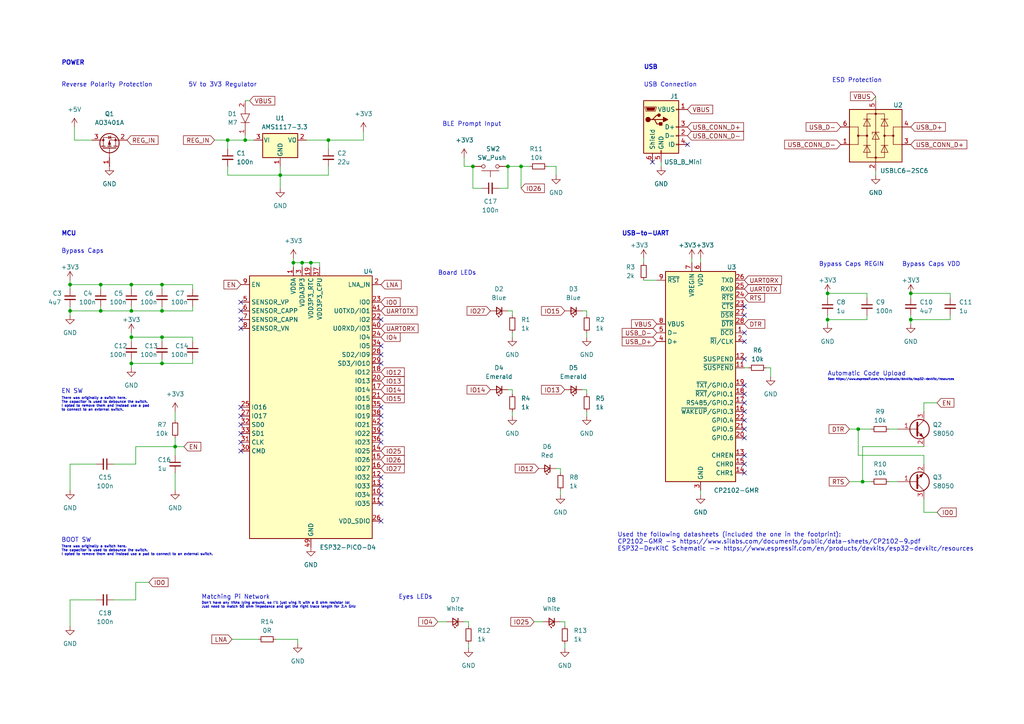
<source format=kicad_sch>
(kicad_sch (version 20211123) (generator eeschema)
  (paper "A4")
  (title_block (title "Mirage") (date "2022-01-20") (rev "1.0") (company "gluons (pions.xyz)"))
  (lib_symbols
    (symbol "Connector:USB_B_Mini" (pin_names (offset 1.016))
      (property "Reference" "J" (at -5.08 11.43 0))
      (property "Value" "USB_B_Mini" (at -5.08 8.89 0))
      (symbol "USB_B_Mini_1_1"
        (pin power_out line (at 7.62 5.08 180) (length 2.54) (name "VBUS") (number "1"))
        (pin bidirectional line (at 7.62 -2.54 180) (length 2.54) (name "D-") (number "2"))
        (pin bidirectional line (at 7.62 0 180) (length 2.54) (name "D+") (number "3"))
        (pin passive line (at 7.62 -5.08 180) (length 2.54) (name "ID") (number "4"))
        (pin power_out line (at 0 -10.16 90) (length 2.54) (name "GND") (number "5"))
        (pin passive line (at -2.54 -10.16 90) (length 2.54) (name "Shield") (number "6"))
      )
    )
    (symbol "CustomLibraryCarlos:M7"
      (property "Reference" "D?" (at -1.27 3.81 0))
      (property "Value" "M7" (at -1.27 -2.54 0))
      (symbol "M7_1_1"
        (pin output line (at 5.08 0 180) (length 2.54) (name "") (number "1"))
        (pin input line (at -5.08 0 0) (length 2.54) (name "") (number "2"))
      )
    )
    (symbol "Device:C_Small" (pin_numbers hide) (pin_names (offset 0.254) hide)
      (property "Reference" "C" (at 0.254 1.778 0))
      (property "Value" "C_Small" (at 0.254 -2.032 0))
      (symbol "C_Small_1_1"
        (pin passive line (at 0 2.54 270) (length 2.032) (name "~") (number "1"))
        (pin passive line (at 0 -2.54 90) (length 2.032) (name "~") (number "2"))
      )
    )
    (symbol "Device:LED_Small" (pin_numbers hide) (pin_names (offset 0.254) hide)
      (property "Reference" "D" (at -1.27 3.175 0))
      (property "Value" "LED_Small" (at -4.445 -2.54 0))
      (symbol "LED_Small_1_1"
        (pin passive line (at -2.54 0 0) (length 1.778) (name "K") (number "1"))
        (pin passive line (at 2.54 0 180) (length 1.778) (name "A") (number "2"))
      )
    )
    (symbol "Device:R_Small" (pin_numbers hide) (pin_names (offset 0.254) hide)
      (property "Reference" "R" (at 0.762 0.508 0))
      (property "Value" "R_Small" (at 0.762 -1.016 0))
      (symbol "R_Small_1_1"
        (pin passive line (at 0 2.54 270) (length 0.762) (name "~") (number "1"))
        (pin passive line (at 0 -2.54 90) (length 0.762) (name "~") (number "2"))
      )
    )
    (symbol "Interface_USB:CP2102N-Axx-xQFN28"
      (property "Reference" "U" (at -8.89 31.75 0))
      (property "Value" "CP2102N-Axx-xQFN28" (at 12.7 31.75 0))
      (symbol "CP2102N-Axx-xQFN28_1_1"
        (pin input line (at 12.7 12.7 180) (length 2.54) (name "~{DCD}") (number "1"))
        (pin no_connect line (at -10.16 -27.94 0) (length 2.54) hide (name "NC") (number "10"))
        (pin output line (at 12.7 2.54 180) (length 2.54) (name "~{SUSPEND}") (number "11"))
        (pin output line (at 12.7 5.08 180) (length 2.54) (name "SUSPEND") (number "12"))
        (pin output line (at 12.7 -22.86 180) (length 2.54) (name "CHREN") (number "13"))
        (pin output line (at 12.7 -27.94 180) (length 2.54) (name "CHR1") (number "14"))
        (pin output line (at 12.7 -25.4 180) (length 2.54) (name "CHR0") (number "15"))
        (pin bidirectional line (at 12.7 -10.16 180) (length 2.54) (name "~{WAKEUP}/GPIO.3") (number "16"))
        (pin bidirectional line (at 12.7 -7.62 180) (length 2.54) (name "RS485/GPIO.2") (number "17"))
        (pin bidirectional line (at 12.7 -5.08 180) (length 2.54) (name "~{RXT}/GPIO.1") (number "18"))
        (pin bidirectional line (at 12.7 -2.54 180) (length 2.54) (name "~{TXT}/GPIO.0") (number "19"))
        (pin bidirectional line (at 12.7 10.16 180) (length 2.54) (name "~{RI}/CLK") (number "2"))
        (pin bidirectional line (at 12.7 -17.78 180) (length 2.54) (name "GPIO.6") (number "20"))
        (pin bidirectional line (at 12.7 -15.24 180) (length 2.54) (name "GPIO.5") (number "21"))
        (pin bidirectional line (at 12.7 -12.7 180) (length 2.54) (name "GPIO.4") (number "22"))
        (pin input line (at 12.7 20.32 180) (length 2.54) (name "~{CTS}") (number "23"))
        (pin output line (at 12.7 22.86 180) (length 2.54) (name "~{RTS}") (number "24"))
        (pin input line (at 12.7 25.4 180) (length 2.54) (name "RXD") (number "25"))
        (pin output line (at 12.7 27.94 180) (length 2.54) (name "TXD") (number "26"))
        (pin input line (at 12.7 17.78 180) (length 2.54) (name "~{DSR}") (number "27"))
        (pin output line (at 12.7 15.24 180) (length 2.54) (name "~{DTR}") (number "28"))
        (pin passive line (at 0 -33.02 90) (length 2.54) hide (name "GND") (number "29"))
        (pin power_in line (at 0 -33.02 90) (length 2.54) (name "GND") (number "3"))
        (pin bidirectional line (at -12.7 10.16 0) (length 2.54) (name "D+") (number "4"))
        (pin bidirectional line (at -12.7 12.7 0) (length 2.54) (name "D-") (number "5"))
        (pin power_in line (at 0 33.02 270) (length 2.54) (name "VDD") (number "6"))
        (pin power_in line (at -2.54 33.02 270) (length 2.54) (name "VREGIN") (number "7"))
        (pin input line (at -12.7 15.24 0) (length 2.54) (name "VBUS") (number "8"))
        (pin input line (at -12.7 27.94 0) (length 2.54) (name "~{RST}") (number "9"))
      )
    )
    (symbol "Power_Protection:USBLC6-2SC6" (pin_names hide)
      (property "Reference" "U" (at 2.54 8.89 0))
      (property "Value" "USBLC6-2SC6" (at 2.54 -8.89 0))
      (symbol "USBLC6-2SC6_1_1"
        (pin passive line (at -10.16 -2.54 0) (length 2.54) (name "I/O1") (number "1"))
        (pin passive line (at 0 -10.16 90) (length 2.54) (name "GND") (number "2"))
        (pin passive line (at 10.16 -2.54 180) (length 2.54) (name "I/O2") (number "3"))
        (pin passive line (at 10.16 2.54 180) (length 2.54) (name "I/O2") (number "4"))
        (pin passive line (at 0 10.16 270) (length 2.54) (name "VBUS") (number "5"))
        (pin passive line (at -10.16 2.54 0) (length 2.54) (name "I/O1") (number "6"))
      )
    )
    (symbol "RF_Module:ESP32-PICO-D4"
      (property "Reference" "U" (at -17.78 39.37 0))
      (property "Value" "ESP32-PICO-D4" (at 3.81 39.37 0))
      (symbol "ESP32-PICO-D4_0_0"
        (pin power_in line (at -5.08 40.64 270) (length 2.54) (name "VDDA") (number "1"))
        (pin input line (at 20.32 -25.4 180) (length 2.54) (name "IO34") (number "10"))
        (pin input line (at 20.32 -27.94 180) (length 2.54) (name "IO35") (number "11"))
        (pin bidirectional line (at 20.32 -20.32 180) (length 2.54) (name "IO32") (number "12"))
        (pin bidirectional line (at 20.32 -22.86 180) (length 2.54) (name "IO33") (number "13"))
        (pin bidirectional line (at 20.32 -12.7 180) (length 2.54) (name "IO25") (number "14"))
        (pin bidirectional line (at 20.32 -15.24 180) (length 2.54) (name "IO26") (number "15"))
        (pin bidirectional line (at 20.32 -17.78 180) (length 2.54) (name "IO27") (number "16"))
        (pin bidirectional line (at 20.32 5.08 180) (length 2.54) (name "IO14") (number "17"))
        (pin bidirectional line (at 20.32 10.16 180) (length 2.54) (name "IO12") (number "18"))
        (pin power_in line (at 0 40.64 270) (length 2.54) (name "VDD3P3_RTC") (number "19"))
        (pin bidirectional line (at 20.32 35.56 180) (length 2.54) (name "LNA_IN") (number "2"))
        (pin bidirectional line (at 20.32 7.62 180) (length 2.54) (name "IO13") (number "20"))
        (pin bidirectional line (at 20.32 2.54 180) (length 2.54) (name "IO15") (number "21"))
        (pin bidirectional line (at 20.32 25.4 180) (length 2.54) (name "IO2") (number "22"))
        (pin bidirectional line (at 20.32 30.48 180) (length 2.54) (name "IO0") (number "23"))
        (pin bidirectional line (at 20.32 20.32 180) (length 2.54) (name "IO4") (number "24"))
        (pin bidirectional line (at -20.32 0 0) (length 2.54) (name "IO16") (number "25"))
        (pin power_out line (at 20.32 -33.02 180) (length 2.54) (name "VDD_SDIO") (number "26"))
        (pin bidirectional line (at -20.32 -2.54 0) (length 2.54) (name "IO17") (number "27"))
        (pin bidirectional line (at 20.32 15.24 180) (length 2.54) (name "SD2/IO9") (number "28"))
        (pin bidirectional line (at 20.32 12.7 180) (length 2.54) (name "SD3/IO10") (number "29"))
        (pin power_in line (at -2.54 40.64 270) (length 2.54) (name "VDDA3P3") (number "3"))
        (pin bidirectional line (at -20.32 -12.7 0) (length 2.54) (name "CMD") (number "30"))
        (pin bidirectional line (at -20.32 -10.16 0) (length 2.54) (name "CLK") (number "31"))
        (pin bidirectional line (at -20.32 -5.08 0) (length 2.54) (name "SD0") (number "32"))
        (pin bidirectional line (at -20.32 -7.62 0) (length 2.54) (name "SD1") (number "33"))
        (pin bidirectional line (at 20.32 17.78 180) (length 2.54) (name "IO5") (number "34"))
        (pin bidirectional line (at 20.32 0 180) (length 2.54) (name "IO18") (number "35"))
        (pin bidirectional line (at 20.32 -10.16 180) (length 2.54) (name "IO23") (number "36"))
        (pin power_in line (at 2.54 40.64 270) (length 2.54) (name "VDD3P3_CPU") (number "37"))
        (pin bidirectional line (at 20.32 -2.54 180) (length 2.54) (name "IO19") (number "38"))
        (pin bidirectional line (at 20.32 -7.62 180) (length 2.54) (name "IO22") (number "39"))
        (pin passive line (at -2.54 40.64 270) (length 2.54) hide (name "VDDA3P3") (number "4"))
        (pin bidirectional line (at 20.32 22.86 180) (length 2.54) (name "U0RXD/IO3") (number "40"))
        (pin bidirectional line (at 20.32 27.94 180) (length 2.54) (name "U0TXD/IO1") (number "41"))
        (pin bidirectional line (at 20.32 -5.08 180) (length 2.54) (name "IO21") (number "42"))
        (pin passive line (at -5.08 40.64 270) (length 2.54) hide (name "VDDA") (number "43"))
        (pin no_connect line (at -17.78 -25.4 0) (length 2.54) hide (name "XTAL_N_NC") (number "44"))
        (pin no_connect line (at -17.78 -27.94 0) (length 2.54) hide (name "XTAL_P_NC") (number "45"))
        (pin passive line (at -5.08 40.64 270) (length 2.54) hide (name "VDDA") (number "46"))
        (pin no_connect line (at -17.78 -30.48 0) (length 2.54) hide (name "CAP2_NC") (number "47"))
        (pin no_connect line (at -17.78 -33.02 0) (length 2.54) hide (name "CAP1_NC") (number "48"))
        (pin power_in line (at 0 -40.64 90) (length 2.54) (name "GND") (number "49"))
        (pin input line (at -20.32 30.48 0) (length 2.54) (name "SENSOR_VP") (number "5"))
        (pin input line (at -20.32 27.94 0) (length 2.54) (name "SENSOR_CAPP") (number "6"))
        (pin input line (at -20.32 25.4 0) (length 2.54) (name "SENSOR_CAPN") (number "7"))
        (pin input line (at -20.32 22.86 0) (length 2.54) (name "SENSOR_VN") (number "8"))
        (pin input line (at -20.32 35.56 0) (length 2.54) (name "EN") (number "9"))
      )
    )
    (symbol "Regulator_Linear:AMS1117-3.3" (pin_names (offset 0.254))
      (property "Reference" "U" (at -3.81 3.175 0))
      (property "Value" "AMS1117-3.3" (at 0 3.175 0))
      (symbol "AMS1117-3.3_1_1"
        (pin power_in line (at 0 -7.62 90) (length 2.54) (name "GND") (number "1"))
        (pin power_out line (at 7.62 0 180) (length 2.54) (name "VO") (number "2"))
        (pin power_in line (at -7.62 0 0) (length 2.54) (name "VI") (number "3"))
      )
    )
    (symbol "Switch:SW_Push" (pin_numbers hide) (pin_names (offset 1.016) hide)
      (property "Reference" "SW" (at 1.27 2.54 0))
      (property "Value" "SW_Push" (at 0 -1.524 0))
      (symbol "SW_Push_0_1"
        (pin passive line (at -5.08 0 0) (length 2.54) (name "1") (number "1"))
        (pin passive line (at 5.08 0 180) (length 2.54) (name "2") (number "2"))
      )
    )
    (symbol "Transistor_BJT:S8050" (pin_names (offset 0) hide)
      (property "Reference" "Q?" (at 5.08 1.2701 0))
      (property "Value" "S8050" (at 5.08 -1.2699 0))
      (symbol "S8050_1_1"
        (pin input line (at -5.08 0 0) (length 5.08) (name "B") (number "1"))
        (pin passive line (at 2.54 -5.08 90) (length 2.54) (name "E") (number "2"))
        (pin passive line (at 2.54 5.08 270) (length 2.54) (name "C") (number "3"))
      )
    )
    (symbol "Transistor_FET:AO3401A" (pin_names hide)
      (property "Reference" "Q" (at 5.08 1.905 0))
      (property "Value" "AO3401A" (at 5.08 0 0))
      (symbol "AO3401A_1_1"
        (pin input line (at -5.08 0 0) (length 2.54) (name "G") (number "1"))
        (pin passive line (at 2.54 -5.08 90) (length 2.54) (name "S") (number "2"))
        (pin passive line (at 2.54 5.08 270) (length 2.54) (name "D") (number "3"))
      )
    )
    (symbol "power:+3V3" (power) (pin_names (offset 0))
      (property "Value" "+3V3" (at 0 3.556 0))
      (symbol "+3V3_1_1"
        (pin power_in line (at 0 0 90) (length 0) hide (name "+3V3") (number "1"))
      )
    )
    (symbol "power:+5V" (power) (pin_names (offset 0))
      (property "Value" "+5V" (at 0 3.556 0))
      (symbol "+5V_1_1"
        (pin power_in line (at 0 0 90) (length 0) hide (name "+5V") (number "1"))
      )
    )
    (symbol "power:GND" (power) (pin_names (offset 0))
      (property "Value" "GND" (at 0 -3.81 0))
      (symbol "GND_1_1"
        (pin power_in line (at 0 0 270) (length 0) hide (name "GND") (number "1"))
      )
    )
  )
  (junction (at 20.32 82.55))
  (junction (at 151.13 48.26))
  (junction (at 38.1 105.41))
  (junction (at 20.32 90.17))
  (junction (at 38.1 90.17))
  (junction (at 29.21 90.17))
  (junction (at 85.09 76.2))
  (junction (at 50.8 129.54))
  (junction (at 240.03 92.71))
  (junction (at 38.1 97.79))
  (junction (at 264.16 85.09))
  (junction (at 66.04 40.64))
  (junction (at 147.32 48.26))
  (junction (at 71.12 40.64))
  (junction (at 81.28 50.8))
  (junction (at 38.1 82.55))
  (junction (at 248.92 124.46))
  (junction (at 137.16 48.26))
  (junction (at 87.63 76.2))
  (junction (at 90.17 76.2))
  (junction (at 46.99 105.41))
  (junction (at 250.19 139.7))
  (junction (at 46.99 82.55))
  (junction (at 29.21 82.55))
  (junction (at 264.16 92.71))
  (junction (at 46.99 97.79))
  (junction (at 240.03 85.09))
  (junction (at 95.25 40.64))
  (junction (at 46.99 90.17))
  (no_connect (at 69.85 87.63))
  (no_connect (at 69.85 90.17))
  (no_connect (at 69.85 92.71))
  (no_connect (at 69.85 95.25))
  (no_connect (at 69.85 120.65))
  (no_connect (at 110.49 123.19))
  (no_connect (at 110.49 140.97))
  (no_connect (at 215.9 91.44))
  (no_connect (at 215.9 88.9))
  (no_connect (at 215.9 99.06))
  (no_connect (at 215.9 96.52))
  (no_connect (at 215.9 104.14))
  (no_connect (at 110.49 120.65))
  (no_connect (at 110.49 128.27))
  (no_connect (at 110.49 125.73))
  (no_connect (at 110.49 138.43))
  (no_connect (at 110.49 118.11))
  (no_connect (at 110.49 100.33))
  (no_connect (at 110.49 105.41))
  (no_connect (at 110.49 102.87))
  (no_connect (at 110.49 92.71))
  (no_connect (at 69.85 123.19))
  (no_connect (at 69.85 130.81))
  (no_connect (at 69.85 128.27))
  (no_connect (at 69.85 125.73))
  (no_connect (at 69.85 118.11))
  (no_connect (at 110.49 151.13))
  (no_connect (at 110.49 146.05))
  (no_connect (at 189.23 46.99))
  (no_connect (at 199.39 41.91))
  (no_connect (at 110.49 143.51))
  (no_connect (at 215.9 111.76))
  (no_connect (at 215.9 116.84))
  (no_connect (at 215.9 114.3))
  (no_connect (at 215.9 121.92))
  (no_connect (at 215.9 124.46))
  (no_connect (at 215.9 137.16))
  (no_connect (at 215.9 132.08))
  (no_connect (at 215.9 134.62))
  (no_connect (at 215.9 127))
  (no_connect (at 215.9 119.38))
  (wire (pts (xy 20.32 134.62) (xy 27.94 134.62)))
  (wire (pts (xy 186.69 76.2) (xy 186.69 74.93)))
  (wire (pts (xy 21.59 36.83) (xy 21.59 40.64)))
  (wire (pts (xy 222.25 106.68) (xy 223.52 106.68)))
  (wire (pts (xy 29.21 82.55) (xy 29.21 83.82)))
  (wire (pts (xy 95.25 50.8) (xy 81.28 50.8)))
  (wire (pts (xy 72.39 29.21) (xy 71.12 29.21)))
  (wire (pts (xy 151.13 48.26) (xy 151.13 54.61)))
  (wire (pts (xy 66.04 40.64) (xy 66.04 43.18)))
  (wire (pts (xy 66.04 40.64) (xy 71.12 40.64)))
  (wire (pts (xy 215.9 106.68) (xy 217.17 106.68)))
  (wire (pts (xy 147.32 90.17) (xy 148.59 90.17)))
  (wire (pts (xy 251.46 91.44) (xy 251.46 92.71)))
  (wire (pts (xy 248.92 124.46) (xy 248.92 132.08)))
  (wire (pts (xy 62.23 40.64) (xy 66.04 40.64)))
  (wire (pts (xy 257.81 124.46) (xy 260.35 124.46)))
  (wire (pts (xy 191.77 46.99) (xy 191.77 48.26)))
  (wire (pts (xy 163.83 180.34) (xy 163.83 181.61)))
  (wire (pts (xy 46.99 90.17) (xy 55.88 90.17)))
  (wire (pts (xy 200.66 74.93) (xy 200.66 76.2)))
  (wire (pts (xy 46.99 97.79) (xy 46.99 99.06)))
  (wire (pts (xy 71.12 40.64) (xy 73.66 40.64)))
  (wire (pts (xy 85.09 76.2) (xy 85.09 77.47)))
  (wire (pts (xy 87.63 77.47) (xy 87.63 76.2)))
  (wire (pts (xy 254 27.94) (xy 254 29.21)))
  (wire (pts (xy 39.37 168.91) (xy 43.18 168.91)))
  (wire (pts (xy 267.97 116.84) (xy 271.78 116.84)))
  (wire (pts (xy 38.1 99.06) (xy 38.1 97.79)))
  (wire (pts (xy 158.75 48.26) (xy 161.29 48.26)))
  (wire (pts (xy 20.32 90.17) (xy 29.21 90.17)))
  (wire (pts (xy 53.34 129.54) (xy 50.8 129.54)))
  (wire (pts (xy 90.17 77.47) (xy 90.17 76.2)))
  (wire (pts (xy 29.21 82.55) (xy 38.1 82.55)))
  (wire (pts (xy 50.8 137.16) (xy 50.8 142.24)))
  (wire (pts (xy 29.21 88.9) (xy 29.21 90.17)))
  (wire (pts (xy 275.59 85.09) (xy 275.59 86.36)))
  (wire (pts (xy 86.36 185.42) (xy 86.36 186.69)))
  (wire (pts (xy 250.19 129.54) (xy 250.19 139.7)))
  (wire (pts (xy 20.32 82.55) (xy 29.21 82.55)))
  (wire (pts (xy 38.1 104.14) (xy 38.1 105.41)))
  (wire (pts (xy 46.99 82.55) (xy 46.99 83.82)))
  (wire (pts (xy 66.04 50.8) (xy 81.28 50.8)))
  (wire (pts (xy 135.89 180.34) (xy 135.89 181.61)))
  (wire (pts (xy 90.17 76.2) (xy 87.63 76.2)))
  (wire (pts (xy 55.88 88.9) (xy 55.88 90.17)))
  (wire (pts (xy 257.81 139.7) (xy 260.35 139.7)))
  (wire (pts (xy 20.32 88.9) (xy 20.32 90.17)))
  (wire (pts (xy 20.32 134.62) (xy 20.32 142.24)))
  (wire (pts (xy 267.97 132.08) (xy 248.92 132.08)))
  (wire (pts (xy 147.32 113.03) (xy 148.59 113.03)))
  (wire (pts (xy 80.01 185.42) (xy 86.36 185.42)))
  (wire (pts (xy 134.62 45.72) (xy 134.62 48.26)))
  (wire (pts (xy 46.99 82.55) (xy 55.88 82.55)))
  (wire (pts (xy 267.97 129.54) (xy 250.19 129.54)))
  (wire (pts (xy 168.91 113.03) (xy 170.18 113.03)))
  (wire (pts (xy 275.59 91.44) (xy 275.59 92.71)))
  (wire (pts (xy 168.91 90.17) (xy 170.18 90.17)))
  (wire (pts (xy 267.97 148.59) (xy 267.97 144.78)))
  (wire (pts (xy 67.31 185.42) (xy 74.93 185.42)))
  (wire (pts (xy 162.56 142.24) (xy 162.56 143.51)))
  (wire (pts (xy 33.02 134.62) (xy 39.37 134.62)))
  (wire (pts (xy 170.18 113.03) (xy 170.18 114.3)))
  (wire (pts (xy 240.03 91.44) (xy 240.03 92.71)))
  (wire (pts (xy 95.25 40.64) (xy 105.41 40.64)))
  (wire (pts (xy 38.1 82.55) (xy 46.99 82.55)))
  (wire (pts (xy 55.88 82.55) (xy 55.88 83.82)))
  (wire (pts (xy 46.99 104.14) (xy 46.99 105.41)))
  (wire (pts (xy 55.88 104.14) (xy 55.88 105.41)))
  (wire (pts (xy 92.71 76.2) (xy 90.17 76.2)))
  (wire (pts (xy 38.1 105.41) (xy 46.99 105.41)))
  (wire (pts (xy 163.83 186.69) (xy 163.83 187.96)))
  (wire (pts (xy 267.97 119.38) (xy 267.97 116.84)))
  (wire (pts (xy 240.03 86.36) (xy 240.03 85.09)))
  (wire (pts (xy 88.9 40.64) (xy 95.25 40.64)))
  (wire (pts (xy 223.52 106.68) (xy 223.52 109.22)))
  (wire (pts (xy 20.32 173.99) (xy 20.32 181.61)))
  (wire (pts (xy 21.59 40.64) (xy 26.67 40.64)))
  (wire (pts (xy 148.59 119.38) (xy 148.59 120.65)))
  (wire (pts (xy 246.38 139.7) (xy 250.19 139.7)))
  (wire (pts (xy 38.1 97.79) (xy 46.99 97.79)))
  (wire (pts (xy 38.1 96.52) (xy 38.1 97.79)))
  (wire (pts (xy 135.89 186.69) (xy 135.89 187.96)))
  (wire (pts (xy 81.28 50.8) (xy 81.28 54.61)))
  (wire (pts (xy 38.1 88.9) (xy 38.1 90.17)))
  (wire (pts (xy 127 180.34) (xy 129.54 180.34)))
  (wire (pts (xy 148.59 96.52) (xy 148.59 97.79)))
  (wire (pts (xy 148.59 113.03) (xy 148.59 114.3)))
  (wire (pts (xy 39.37 173.99) (xy 39.37 168.91)))
  (wire (pts (xy 162.56 135.89) (xy 162.56 137.16)))
  (wire (pts (xy 240.03 85.09) (xy 251.46 85.09)))
  (wire (pts (xy 20.32 173.99) (xy 27.94 173.99)))
  (wire (pts (xy 50.8 119.38) (xy 50.8 121.92)))
  (wire (pts (xy 20.32 81.28) (xy 20.32 82.55)))
  (wire (pts (xy 46.99 97.79) (xy 55.88 97.79)))
  (wire (pts (xy 203.2 74.93) (xy 203.2 76.2)))
  (wire (pts (xy 29.21 90.17) (xy 38.1 90.17)))
  (wire (pts (xy 139.7 54.61) (xy 137.16 54.61)))
  (wire (pts (xy 87.63 76.2) (xy 85.09 76.2)))
  (wire (pts (xy 246.38 124.46) (xy 248.92 124.46)))
  (wire (pts (xy 147.32 48.26) (xy 151.13 48.26)))
  (wire (pts (xy 144.78 54.61) (xy 147.32 54.61)))
  (wire (pts (xy 20.32 90.17) (xy 20.32 91.44)))
  (wire (pts (xy 264.16 92.71) (xy 275.59 92.71)))
  (wire (pts (xy 85.09 74.93) (xy 85.09 76.2)))
  (wire (pts (xy 38.1 82.55) (xy 38.1 83.82)))
  (wire (pts (xy 50.8 129.54) (xy 50.8 132.08)))
  (wire (pts (xy 154.94 180.34) (xy 157.48 180.34)))
  (wire (pts (xy 46.99 88.9) (xy 46.99 90.17)))
  (wire (pts (xy 39.37 129.54) (xy 50.8 129.54)))
  (wire (pts (xy 137.16 54.61) (xy 137.16 48.26)))
  (wire (pts (xy 170.18 90.17) (xy 170.18 91.44)))
  (wire (pts (xy 20.32 83.82) (xy 20.32 82.55)))
  (wire (pts (xy 161.29 48.26) (xy 161.29 50.8)))
  (wire (pts (xy 95.25 48.26) (xy 95.25 50.8)))
  (wire (pts (xy 190.5 81.28) (xy 186.69 81.28)))
  (wire (pts (xy 264.16 85.09) (xy 275.59 85.09)))
  (wire (pts (xy 170.18 96.52) (xy 170.18 97.79)))
  (wire (pts (xy 264.16 91.44) (xy 264.16 92.71)))
  (wire (pts (xy 203.2 143.51) (xy 203.2 142.24)))
  (wire (pts (xy 264.16 86.36) (xy 264.16 85.09)))
  (wire (pts (xy 251.46 85.09) (xy 251.46 86.36)))
  (wire (pts (xy 92.71 77.47) (xy 92.71 76.2)))
  (wire (pts (xy 95.25 40.64) (xy 95.25 43.18)))
  (wire (pts (xy 33.02 173.99) (xy 39.37 173.99)))
  (wire (pts (xy 46.99 105.41) (xy 55.88 105.41)))
  (wire (pts (xy 250.19 139.7) (xy 252.73 139.7)))
  (wire (pts (xy 66.04 48.26) (xy 66.04 50.8)))
  (wire (pts (xy 151.13 48.26) (xy 153.67 48.26)))
  (wire (pts (xy 148.59 90.17) (xy 148.59 91.44)))
  (wire (pts (xy 162.56 180.34) (xy 163.83 180.34)))
  (wire (pts (xy 105.41 40.64) (xy 105.41 38.1)))
  (wire (pts (xy 39.37 134.62) (xy 39.37 129.54)))
  (wire (pts (xy 38.1 90.17) (xy 46.99 90.17)))
  (wire (pts (xy 254 50.8) (xy 254 49.53)))
  (wire (pts (xy 161.29 135.89) (xy 162.56 135.89)))
  (wire (pts (xy 50.8 129.54) (xy 50.8 127)))
  (wire (pts (xy 134.62 180.34) (xy 135.89 180.34)))
  (wire (pts (xy 267.97 134.62) (xy 267.97 132.08)))
  (wire (pts (xy 147.32 54.61) (xy 147.32 48.26)))
  (wire (pts (xy 55.88 97.79) (xy 55.88 99.06)))
  (wire (pts (xy 240.03 92.71) (xy 251.46 92.71)))
  (wire (pts (xy 271.78 148.59) (xy 267.97 148.59)))
  (wire (pts (xy 170.18 119.38) (xy 170.18 120.65)))
  (wire (pts (xy 71.12 39.37) (xy 71.12 40.64)))
  (wire (pts (xy 134.62 48.26) (xy 137.16 48.26)))
  (wire (pts (xy 264.16 93.98) (xy 264.16 92.71)))
  (wire (pts (xy 240.03 93.98) (xy 240.03 92.71)))
  (wire (pts (xy 248.92 124.46) (xy 252.73 124.46)))
  (wire (pts (xy 38.1 105.41) (xy 38.1 106.68)))
  (wire (pts (xy 81.28 48.26) (xy 81.28 50.8)))
  (text "Automatic Code Upload" (at 240.03 109.22 0) (effects (font (size 1.27 1.27)) (justify left bottom)))
  (text "Bypass Caps" (at 17.78 73.66 0) (effects (font (size 1.27 1.27)) (justify left bottom)))
  (text "Bypass Caps VDD" (at 261.62 77.47 0) (effects (font (size 1.27 1.27)) (justify left bottom)))
  (text "EN SW" (at 17.78 114.3 0) (effects (font (size 1.27 1.27)) (justify left bottom)))
  (text "Used the following datasheets (included the one in the footprint):\nCP2102-GMR -> https://www.silabs.com/documents/public/data-sheets/CP2102-9.pdf\nESP32-DevKitC Schematic -> https://www.espressif.com/en/products/devkits/esp32-devkitc/resources" (at 179.07 160.02 0) (effects (font (size 1.27 1.27)) (justify left bottom)))
  (text "BLE Prompt Input" (at 128.27 36.83 0) (effects (font (size 1.27 1.27)) (justify left bottom)))
  (text "Matching Pi Network" (at 58.42 173.99 0) (effects (font (size 1.27 1.27)) (justify left bottom)))
  (text "There was originally a switch here.\nThe capacitor is used to debounce the switch.\nI opted to remove them and instead use a pad \nto connect to an external switch." (at 17.78 119.38 0) (effects (font (size 0.7 0.7)) (justify left bottom)))
  (text "5V to 3V3 Regulator" (at 54.61 25.4 0) (effects (font (size 1.27 1.27)) (justify left bottom)))
  (text "USB-to-UART" (at 180.34 68.58 0) (effects (font (size 1.27 1.27) (thickness 0.254) bold) (justify left bottom)))
  (text "There was originally a switch here.\nThe capacitor is used to debounce the switch.\nI opted to remove them and instead use a pad to connect to an external switch." (at 17.78 161.29 0) (effects (font (size 0.7 0.7)) (justify left bottom)))
  (text "BOOT SW" (at 17.78 157.48 0) (effects (font (size 1.27 1.27)) (justify left bottom)))
  (text "ESD Protection" (at 241.3 24.13 0) (effects (font (size 1.27 1.27)) (justify left bottom)))
  (text "Bypass Caps REGIN" (at 237.49 77.47 0) (effects (font (size 1.27 1.27)) (justify left bottom)))
  (text "Eyes LEDs" (at 115.57 173.99 0) (effects (font (size 1.27 1.27)) (justify left bottom)))
  (text "See: https://www.espressif.com/en/products/devkits/esp32-devkitc/resources" (at 240.03 110.49 0) (effects (font (size 0.6 0.6)) (justify left bottom)))
  (text "USB Connection" (at 186.69 25.4 0) (effects (font (size 1.27 1.27)) (justify left bottom)))
  (text "MCU" (at 17.78 68.58 0) (effects (font (size 1.27 1.27) (thickness 0.254) bold) (justify left bottom)))
  (text "Don't have any VNAs lying around, so I'll just wing it with a 0 ohm resistor lol\nJust need to match 50 ohm impedance and get the right trace length for 2.4 GHz" (at 58.42 176.53 0) (effects (font (size 0.7 0.7)) (justify left bottom)))
  (text "USB" (at 186.69 20.32 0) (effects (font (size 1.27 1.27) (thickness 0.254) bold) (justify left bottom)))
  (text "Board LEDs" (at 127 80.01 0) (effects (font (size 1.27 1.27)) (justify left bottom)))
  (text "POWER" (at 17.78 19.05 0) (effects (font (size 1.27 1.27) (thickness 0.254) bold) (justify left bottom)))
  (text "Reverse Polarity Protection\n" (at 17.78 25.4 0) (effects (font (size 1.27 1.27)) (justify left bottom)))
  (global_label "VBUS" (shape input) (at 190.5 93.98 180) (property "Intersheet References" "${INTERSHEET_REFS}" (effects hide)))
  (global_label "IO12" (shape input) (at 110.49 107.95 0) (property "Intersheet References" "${INTERSHEET_REFS}" (effects hide)))
  (global_label "REG_IN" (shape input) (at 62.23 40.64 180) (property "Intersheet References" "${INTERSHEET_REFS}" (effects hide)))
  (global_label "IO12" (shape input) (at 156.21 135.89 180) (property "Intersheet References" "${INTERSHEET_REFS}" (effects hide)))
  (global_label "LNA" (shape input) (at 110.49 82.55 0) (property "Intersheet References" "${INTERSHEET_REFS}" (effects hide)))
  (global_label "IO25" (shape input) (at 110.49 130.81 0) (property "Intersheet References" "${INTERSHEET_REFS}" (effects hide)))
  (global_label "IO0" (shape input) (at 110.49 87.63 0) (property "Intersheet References" "${INTERSHEET_REFS}" (effects hide)))
  (global_label "IO13" (shape input) (at 110.49 110.49 0) (property "Intersheet References" "${INTERSHEET_REFS}" (effects hide)))
  (global_label "EN" (shape input) (at 69.85 82.55 180) (property "Intersheet References" "${INTERSHEET_REFS}" (effects hide)))
  (global_label "IO4" (shape input) (at 127 180.34 180) (property "Intersheet References" "${INTERSHEET_REFS}" (effects hide)))
  (global_label "RTS" (shape input) (at 215.9 86.36 0) (property "Intersheet References" "${INTERSHEET_REFS}" (effects hide)))
  (global_label "EN" (shape input) (at 271.78 116.84 0) (property "Intersheet References" "${INTERSHEET_REFS}" (effects hide)))
  (global_label "USB_CONN_D-" (shape input) (at 199.39 39.37 0) (property "Intersheet References" "${INTERSHEET_REFS}" (effects hide)))
  (global_label "VBUS" (shape input) (at 199.39 31.75 0) (property "Intersheet References" "${INTERSHEET_REFS}" (effects hide)))
  (global_label "IO15" (shape input) (at 163.83 90.17 180) (property "Intersheet References" "${INTERSHEET_REFS}" (effects hide)))
  (global_label "REG_IN" (shape input) (at 36.83 40.64 0) (property "Intersheet References" "${INTERSHEET_REFS}" (effects hide)))
  (global_label "IO14" (shape input) (at 142.24 113.03 180) (property "Intersheet References" "${INTERSHEET_REFS}" (effects hide)))
  (global_label "VBUS" (shape input) (at 72.39 29.21 0) (property "Intersheet References" "${INTERSHEET_REFS}" (effects hide)))
  (global_label "IO0" (shape input) (at 271.78 148.59 0) (property "Intersheet References" "${INTERSHEET_REFS}" (effects hide)))
  (global_label "IO27" (shape input) (at 110.49 135.89 0) (property "Intersheet References" "${INTERSHEET_REFS}" (effects hide)))
  (global_label "RTS" (shape input) (at 246.38 139.7 180) (property "Intersheet References" "${INTERSHEET_REFS}" (effects hide)))
  (global_label "UART0TX" (shape input) (at 110.49 90.17 0) (property "Intersheet References" "${INTERSHEET_REFS}" (effects hide)))
  (global_label "USB_CONN_D-" (shape input) (at 243.84 41.91 180) (property "Intersheet References" "${INTERSHEET_REFS}" (effects hide)))
  (global_label "UART0TX" (shape input) (at 215.9 83.82 0) (property "Intersheet References" "${INTERSHEET_REFS}" (effects hide)))
  (global_label "VBUS" (shape input) (at 254 27.94 180) (property "Intersheet References" "${INTERSHEET_REFS}" (effects hide)))
  (global_label "USB_D-" (shape input) (at 190.5 96.52 180) (property "Intersheet References" "${INTERSHEET_REFS}" (effects hide)))
  (global_label "LNA" (shape input) (at 67.31 185.42 180) (property "Intersheet References" "${INTERSHEET_REFS}" (effects hide)))
  (global_label "EN" (shape input) (at 53.34 129.54 0) (property "Intersheet References" "${INTERSHEET_REFS}" (effects hide)))
  (global_label "DTR" (shape input) (at 246.38 124.46 180) (property "Intersheet References" "${INTERSHEET_REFS}" (effects hide)))
  (global_label "USB_D+" (shape input) (at 264.16 36.83 0) (property "Intersheet References" "${INTERSHEET_REFS}" (effects hide)))
  (global_label "UART0RX" (shape input) (at 110.49 95.25 0) (property "Intersheet References" "${INTERSHEET_REFS}" (effects hide)))
  (global_label "USB_D+" (shape input) (at 190.5 99.06 180) (property "Intersheet References" "${INTERSHEET_REFS}" (effects hide)))
  (global_label "IO26" (shape input) (at 110.49 133.35 0) (property "Intersheet References" "${INTERSHEET_REFS}" (effects hide)))
  (global_label "IO27" (shape input) (at 142.24 90.17 180) (property "Intersheet References" "${INTERSHEET_REFS}" (effects hide)))
  (global_label "DTR" (shape input) (at 215.9 93.98 0) (property "Intersheet References" "${INTERSHEET_REFS}" (effects hide)))
  (global_label "IO26" (shape input) (at 151.13 54.61 0) (property "Intersheet References" "${INTERSHEET_REFS}" (effects hide)))
  (global_label "IO15" (shape input) (at 110.49 115.57 0) (property "Intersheet References" "${INTERSHEET_REFS}" (effects hide)))
  (global_label "IO25" (shape input) (at 154.94 180.34 180) (property "Intersheet References" "${INTERSHEET_REFS}" (effects hide)))
  (global_label "IO4" (shape input) (at 110.49 97.79 0) (property "Intersheet References" "${INTERSHEET_REFS}" (effects hide)))
  (global_label "USB_CONN_D+" (shape input) (at 199.39 36.83 0) (property "Intersheet References" "${INTERSHEET_REFS}" (effects hide)))
  (global_label "IO0" (shape input) (at 43.18 168.91 0) (property "Intersheet References" "${INTERSHEET_REFS}" (effects hide)))
  (global_label "USB_CONN_D+" (shape input) (at 264.16 41.91 0) (property "Intersheet References" "${INTERSHEET_REFS}" (effects hide)))
  (global_label "IO14" (shape input) (at 110.49 113.03 0) (property "Intersheet References" "${INTERSHEET_REFS}" (effects hide)))
  (global_label "IO13" (shape input) (at 163.83 113.03 180) (property "Intersheet References" "${INTERSHEET_REFS}" (effects hide)))
  (global_label "USB_D-" (shape input) (at 243.84 36.83 180) (property "Intersheet References" "${INTERSHEET_REFS}" (effects hide)))
  (global_label "UART0RX" (shape input) (at 215.9 81.28 0) (property "Intersheet References" "${INTERSHEET_REFS}" (effects hide)))
  (symbol (lib_id "power:+3V3") (at 200.66 74.93 0) (unit 1)
    (property "Reference" "#PWR0131" (effects hide))
    (property "Value" "+3V3" (at 199.39 71.12 0))
  )
  (symbol (lib_id "power:GND") (at 191.77 48.26 0) (unit 1)
    (property "Reference" "#PWR0129" (effects hide))
    (property "Value" "GND" (at 191.77 53.34 0))
  )
  (symbol (lib_id "power:+3V3") (at 264.16 85.09 0) (unit 1)
    (property "Reference" "#PWR0128" (effects hide))
    (property "Value" "+3V3" (at 264.16 81.28 0))
  )
  (symbol (lib_id "Device:C_Small") (at 20.32 86.36 0) (unit 1)
    (property "Reference" "C3" (at 15.24 85.09 0) (effects (justify left)))
    (property "Value" "4u7" (at 13.97 87.63 0) (effects (justify left)))
    (property "Footprint" "Capacitor_SMD:C_0402_1005Metric" (effects hide))
  )
  (symbol (lib_id "power:+5V") (at 21.59 36.83 0) (unit 1)
    (property "Reference" "#PWR0110" (effects hide))
    (property "Value" "+5V" (at 21.59 31.75 0))
  )
  (symbol (lib_id "power:GND") (at 223.52 109.22 0) (unit 1)
    (property "Reference" "#PWR0123" (effects hide))
    (property "Value" "GND" (at 223.52 114.3 0))
  )
  (symbol (lib_id "power:+3V3") (at 20.32 81.28 0) (unit 1)
    (property "Reference" "#PWR0108" (effects hide))
    (property "Value" "+3V3" (at 20.32 77.47 0))
  )
  (symbol (lib_id "power:GND") (at 161.29 50.8 0) (unit 1)
    (property "Reference" "#PWR0117" (effects hide))
    (property "Value" "GND" (at 161.29 55.88 0))
  )
  (symbol (lib_id "Device:R_Small") (at 148.59 116.84 0) (unit 1)
    (property "Reference" "R4" (at 151.13 115.5699 0) (effects (justify left)))
    (property "Value" "1k" (at 151.13 118.1099 0) (effects (justify left)))
    (property "Footprint" "Resistor_SMD:R_0402_1005Metric" (effects hide))
  )
  (symbol (lib_id "Switch:SW_Push") (at 142.24 48.26 180) (unit 1)
    (property "Reference" "SW2" (at 140.97 43.18 0) (effects (justify right)))
    (property "Value" "SW_Push" (at 138.43 45.72 0) (effects (justify right)))
    (property "Footprint" "Button_Switch_SMD:SW_Push_1P1T_NO_CK_KSC6xxJ" (effects hide))
  )
  (symbol (lib_id "power:+3V3") (at 186.69 74.93 0) (unit 1)
    (property "Reference" "#PWR0133" (effects hide))
    (property "Value" "+3V3" (at 185.42 71.12 0))
  )
  (symbol (lib_id "power:+3V3") (at 134.62 45.72 0) (unit 1)
    (property "Reference" "#PWR0116" (effects hide))
    (property "Value" "+3V3" (at 132.08 40.64 0) (effects (justify left)))
  )
  (symbol (lib_id "Device:R_Small") (at 170.18 93.98 0) (unit 1)
    (property "Reference" "R2" (at 172.72 92.7099 0) (effects (justify left)))
    (property "Value" "1k" (at 172.72 95.2499 0) (effects (justify left)))
    (property "Footprint" "Resistor_SMD:R_0402_1005Metric" (effects hide))
  )
  (symbol (lib_id "Device:R_Small") (at 255.27 139.7 90) (unit 1)
    (property "Reference" "R10" (at 255.27 134.62 90))
    (property "Value" "10k" (at 255.27 137.16 90))
    (property "Footprint" "Resistor_SMD:R_0402_1005Metric" (effects hide))
  )
  (symbol (lib_id "Device:R_Small") (at 148.59 93.98 0) (unit 1)
    (property "Reference" "R1" (at 151.13 92.7099 0) (effects (justify left)))
    (property "Value" "1k" (at 151.13 95.2499 0) (effects (justify left)))
    (property "Footprint" "Resistor_SMD:R_0402_1005Metric" (effects hide))
  )
  (symbol (lib_id "Device:C_Small") (at 30.48 134.62 270) (unit 1)
    (property "Reference" "C15" (at 30.48 138.43 90))
    (property "Value" "100n" (at 30.48 140.97 90))
    (property "Footprint" "Capacitor_SMD:C_0402_1005Metric" (effects hide))
  )
  (symbol (lib_id "Device:C_Small") (at 264.16 88.9 0) (unit 1)
    (property "Reference" "C10" (at 266.7 87.6362 0) (effects (justify left)))
    (property "Value" "4u7" (at 266.7 90.1762 0) (effects (justify left)))
    (property "Footprint" "Capacitor_SMD:C_0402_1005Metric" (effects hide))
  )
  (symbol (lib_id "Device:R_Small") (at 186.69 78.74 180) (unit 1)
    (property "Reference" "R3" (at 182.88 77.47 0))
    (property "Value" "2k" (at 182.88 80.01 0))
    (property "Footprint" "Resistor_SMD:R_0402_1005Metric" (effects hide))
  )
  (symbol (lib_id "Device:R_Small") (at 156.21 48.26 90) (unit 1)
    (property "Reference" "R11" (at 157.48 43.18 90) (effects (justify left)))
    (property "Value" "10k" (at 157.48 45.72 90) (effects (justify left)))
    (property "Footprint" "Resistor_SMD:R_0402_1005Metric" (effects hide))
  )
  (symbol (lib_id "power:+3V3") (at 85.09 74.93 0) (unit 1)
    (property "Reference" "#PWR0102" (effects hide))
    (property "Value" "+3V3" (at 85.09 69.85 0))
  )
  (symbol (lib_id "power:GND") (at 163.83 187.96 0) (unit 1)
    (property "Reference" "#PWR0115" (effects hide))
    (property "Value" "GND" (at 163.83 193.04 0))
  )
  (symbol (lib_id "power:GND") (at 170.18 97.79 0) (unit 1)
    (property "Reference" "#PWR0120" (effects hide))
    (property "Value" "GND" (at 170.18 102.87 0))
  )
  (symbol (lib_id "power:GND") (at 20.32 142.24 0) (unit 1)
    (property "Reference" "#PWR0104" (effects hide))
    (property "Value" "GND" (at 20.32 147.32 0))
  )
  (symbol (lib_id "Device:LED_Small") (at 166.37 113.03 180) (unit 1)
    (property "Reference" "D5" (at 166.3065 106.68 0))
    (property "Value" "Emerald" (at 166.3065 109.22 0))
    (property "Footprint" "LED_SMD:LED_0805_2012Metric_Pad1.15x1.40mm_HandSolder" (effects hide))
  )
  (symbol (lib_id "power:GND") (at 20.32 181.61 0) (unit 1)
    (property "Reference" "#PWR0105" (effects hide))
    (property "Value" "GND" (at 20.32 186.69 0))
  )
  (symbol (lib_id "power:GND") (at 31.75 48.26 0) (unit 1)
    (property "Reference" "#PWR0109" (effects hide))
    (property "Value" "GND" (at 31.75 53.34 0))
  )
  (symbol (lib_id "power:GND") (at 148.59 120.65 0) (unit 1)
    (property "Reference" "#PWR0118" (effects hide))
    (property "Value" "GND" (at 148.59 125.73 0))
  )
  (symbol (lib_id "Device:R_Small") (at 219.71 106.68 90) (unit 1)
    (property "Reference" "R6" (at 219.71 101.6 90))
    (property "Value" "10k" (at 219.71 104.14 90))
    (property "Footprint" "Resistor_SMD:R_0402_1005Metric" (effects hide))
  )
  (symbol (lib_id "Device:C_Small") (at 29.21 86.36 0) (unit 1)
    (property "Reference" "C4" (at 24.13 85.09 0) (effects (justify left)))
    (property "Value" "100n" (at 22.86 87.63 0) (effects (justify left)))
    (property "Footprint" "Capacitor_SMD:C_0402_1005Metric" (effects hide))
  )
  (symbol (lib_id "power:GND") (at 162.56 143.51 0) (unit 1)
    (property "Reference" "#PWR0122" (effects hide))
    (property "Value" "GND" (at 162.56 148.59 0))
  )
  (symbol (lib_id "Device:C_Small") (at 66.04 45.72 0) (unit 1)
    (property "Reference" "C1" (at 68.58 44.4562 0) (effects (justify left)))
    (property "Value" "100n" (at 68.58 46.9962 0) (effects (justify left)))
    (property "Footprint" "Capacitor_SMD:C_0402_1005Metric" (effects hide))
  )
  (symbol (lib_id "power:GND") (at 38.1 106.68 0) (unit 1)
    (property "Reference" "#PWR02" (effects hide))
    (property "Value" "GND" (at 38.1 111.76 0))
  )
  (symbol (lib_id "Device:LED_Small") (at 144.78 90.17 180) (unit 1)
    (property "Reference" "D2" (at 144.7165 83.82 0))
    (property "Value" "Blue" (at 144.7165 86.36 0))
    (property "Footprint" "LED_SMD:LED_0805_2012Metric_Pad1.15x1.40mm_HandSolder" (effects hide))
  )
  (symbol (lib_id "power:GND") (at 170.18 120.65 0) (unit 1)
    (property "Reference" "#PWR0119" (effects hide))
    (property "Value" "GND" (at 170.18 125.73 0))
  )
  (symbol (lib_id "Device:LED_Small") (at 166.37 90.17 180) (unit 1)
    (property "Reference" "D3" (at 166.3065 83.82 0))
    (property "Value" "Blue" (at 166.3065 86.36 0))
    (property "Footprint" "LED_SMD:LED_0805_2012Metric_Pad1.15x1.40mm_HandSolder" (effects hide))
  )
  (symbol (lib_id "Device:C_Small") (at 46.99 86.36 0) (unit 1)
    (property "Reference" "C6" (at 41.91 85.09 0) (effects (justify left)))
    (property "Value" "100n" (at 40.64 87.63 0) (effects (justify left)))
    (property "Footprint" "Capacitor_SMD:C_0402_1005Metric" (effects hide))
  )
  (symbol (lib_id "Device:R_Small") (at 255.27 124.46 90) (unit 1)
    (property "Reference" "R9" (at 255.27 119.38 90))
    (property "Value" "10k" (at 255.27 121.92 90))
    (property "Footprint" "Resistor_SMD:R_0402_1005Metric" (effects hide))
  )
  (symbol (lib_id "Device:C_Small") (at 38.1 86.36 0) (unit 1)
    (property "Reference" "C5" (at 33.02 85.09 0) (effects (justify left)))
    (property "Value" "100n" (at 31.75 87.63 0) (effects (justify left)))
    (property "Footprint" "Capacitor_SMD:C_0402_1005Metric" (effects hide))
  )
  (symbol (lib_id "power:GND") (at 20.32 91.44 0) (unit 1)
    (property "Reference" "#PWR0107" (effects hide))
    (property "Value" "GND" (at 20.32 96.52 0))
  )
  (symbol (lib_id "Device:LED_Small") (at 158.75 135.89 180) (unit 1)
    (property "Reference" "D6" (at 158.6865 129.54 0))
    (property "Value" "Red" (at 158.6865 132.08 0))
    (property "Footprint" "LED_SMD:LED_0805_2012Metric_Pad1.15x1.40mm_HandSolder" (effects hide))
  )
  (symbol (lib_id "Device:C_Small") (at 251.46 88.9 0) (unit 1)
    (property "Reference" "C9" (at 254 87.6362 0) (effects (justify left)))
    (property "Value" "100n" (at 254 90.1762 0) (effects (justify left)))
    (property "Footprint" "Capacitor_SMD:C_0402_1005Metric" (effects hide))
  )
  (symbol (lib_id "Device:C_Small") (at 142.24 54.61 90) (unit 1)
    (property "Reference" "C17" (at 142.24 58.42 90))
    (property "Value" "100n" (at 142.24 60.96 90))
    (property "Footprint" "Capacitor_SMD:C_0402_1005Metric" (effects hide))
  )
  (symbol (lib_id "Device:R_Small") (at 163.83 184.15 0) (unit 1)
    (property "Reference" "R13" (at 166.37 182.8799 0) (effects (justify left)))
    (property "Value" "1k" (at 166.37 185.4199 0) (effects (justify left)))
    (property "Footprint" "Resistor_SMD:R_0402_1005Metric" (effects hide))
  )
  (symbol (lib_id "RF_Module:ESP32-PICO-D4") (at 90.17 118.11 0) (unit 1)
    (property "Reference" "U4" (at 105.41 78.74 0) (effects (justify left)))
    (property "Value" "ESP32-PICO-D4" (at 92.71 158.75 0) (effects (justify left)))
    (property "Footprint" "Package_DFN_QFN:QFN-48-1EP_7x7mm_P0.5mm_EP5.3x5.3mm" (effects hide))
    (property "Datasheet" "https://www.espressif.com/sites/default/files/documentation/esp32-pico-d4_datasheet_en.pdf" (effects hide))
  )
  (symbol (lib_id "Device:R_Small") (at 77.47 185.42 90) (unit 1)
    (property "Reference" "R14" (at 77.47 180.34 90))
    (property "Value" "0R" (at 77.47 182.88 90))
    (property "Footprint" "Resistor_SMD:R_0402_1005Metric" (effects hide))
  )
  (symbol (lib_id "power:+3V3") (at 105.41 38.1 0) (unit 1)
    (property "Reference" "#PWR0111" (effects hide))
    (property "Value" "+3V3" (at 105.41 33.02 0))
  )
  (symbol (lib_id "Device:R_Small") (at 135.89 184.15 0) (unit 1)
    (property "Reference" "R12" (at 138.43 182.8799 0) (effects (justify left)))
    (property "Value" "1k" (at 138.43 185.4199 0) (effects (justify left)))
    (property "Footprint" "Resistor_SMD:R_0402_1005Metric" (effects hide))
  )
  (symbol (lib_id "power:GND") (at 135.89 187.96 0) (unit 1)
    (property "Reference" "#PWR0114" (effects hide))
    (property "Value" "GND" (at 135.89 193.04 0))
  )
  (symbol (lib_id "Transistor_BJT:S8050") (at 265.43 124.46 0) (unit 1)
    (property "Reference" "Q2" (at 270.51 123.1899 0) (effects (justify left)))
    (property "Value" "S8050" (at 270.51 125.7299 0) (effects (justify left)))
    (property "Footprint" "Package_TO_SOT_SMD:SOT-23" (effects hide))
    (property "Datasheet" "http://www.unisonic.com.tw/datasheet/S8050.pdf" (effects hide))
  )
  (symbol (lib_id "Device:C_Small") (at 30.48 173.99 270) (unit 1)
    (property "Reference" "C18" (at 30.48 177.8 90))
    (property "Value" "100n" (at 30.48 180.34 90))
    (property "Footprint" "Capacitor_SMD:C_0402_1005Metric" (effects hide))
  )
  (symbol (lib_id "power:GND") (at 254 50.8 0) (unit 1)
    (property "Reference" "#PWR0125" (effects hide))
    (property "Value" "GND" (at 254 55.88 0))
  )
  (symbol (lib_id "power:GND") (at 264.16 93.98 0) (unit 1)
    (property "Reference" "#PWR0126" (effects hide))
    (property "Value" "GND" (at 264.16 99.06 0))
  )
  (symbol (lib_id "power:GND") (at 50.8 142.24 0) (unit 1)
    (property "Reference" "#PWR0103" (effects hide))
    (property "Value" "GND" (at 50.8 147.32 0))
  )
  (symbol (lib_id "Device:C_Small") (at 38.1 101.6 0) (unit 1)
    (property "Reference" "C12" (at 33.02 100.33 0) (effects (justify left)))
    (property "Value" "100n" (at 31.75 102.87 0) (effects (justify left)))
    (property "Footprint" "Capacitor_SMD:C_0402_1005Metric" (effects hide))
  )
  (symbol (lib_id "Device:R_Small") (at 50.8 124.46 180) (unit 1)
    (property "Reference" "R7" (at 46.99 123.19 0))
    (property "Value" "10k" (at 46.99 125.73 0))
    (property "Footprint" "Resistor_SMD:R_0402_1005Metric" (effects hide))
  )
  (symbol (lib_id "Device:R_Small") (at 170.18 116.84 0) (unit 1)
    (property "Reference" "R5" (at 172.72 115.5699 0) (effects (justify left)))
    (property "Value" "1k" (at 172.72 118.1099 0) (effects (justify left)))
    (property "Footprint" "Resistor_SMD:R_0402_1005Metric" (effects hide))
  )
  (symbol (lib_id "power:GND") (at 203.2 143.51 0) (unit 1)
    (property "Reference" "#PWR0124" (effects hide))
    (property "Value" "GND" (at 203.2 148.59 0))
  )
  (symbol (lib_id "power:+3V3") (at 203.2 74.93 0) (unit 1)
    (property "Reference" "#PWR0132" (effects hide))
    (property "Value" "+3V3" (at 204.47 71.12 0))
  )
  (symbol (lib_id "Device:LED_Small") (at 132.08 180.34 180) (unit 1)
    (property "Reference" "D7" (at 132.0165 173.99 0))
    (property "Value" "White" (at 132.0165 176.53 0))
    (property "Footprint" "LED_SMD:LED_0805_2012Metric_Pad1.15x1.40mm_HandSolder" (effects hide))
  )
  (symbol (lib_id "CustomLibraryCarlos:M7") (at 71.12 34.29 270) (unit 1)
    (property "Reference" "D1" (at 66.04 33.02 90) (effects (justify left)))
    (property "Value" "M7" (at 66.04 35.56 90) (effects (justify left)))
    (property "Footprint" "Diode_SMD:D_MiniMELF" (effects hide))
  )
  (symbol (lib_id "Device:C_Small") (at 95.25 45.72 0) (unit 1)
    (property "Reference" "C2" (at 97.79 44.4562 0) (effects (justify left)))
    (property "Value" "22u" (at 97.79 46.9962 0) (effects (justify left)))
    (property "Footprint" "Capacitor_SMD:C_0603_1608Metric" (effects hide))
  )
  (symbol (lib_id "Connector:USB_B_Mini") (at 191.77 36.83 0) (unit 1)
    (property "Reference" "J1" (at 195.58 27.94 0))
    (property "Value" "USB_B_Mini" (at 198.12 46.99 0))
    (property "Footprint" "Connector_USB:USB_Mini-B_Wuerth_65100516121_Horizontal" (effects hide))
  )
  (symbol (lib_id "power:+3V3") (at 240.03 85.09 0) (unit 1)
    (property "Reference" "#PWR0130" (effects hide))
    (property "Value" "+3V3" (at 240.03 81.28 0))
  )
  (symbol (lib_id "power:GND") (at 148.59 97.79 0) (unit 1)
    (property "Reference" "#PWR0121" (effects hide))
    (property "Value" "GND" (at 148.59 102.87 0))
  )
  (symbol (lib_id "Regulator_Linear:AMS1117-3.3") (at 81.28 40.64 0) (unit 1)
    (property "Reference" "U1" (at 81.28 34.29 0))
    (property "Value" "AMS1117-3.3" (at 82.55 36.83 0))
    (property "Footprint" "Package_TO_SOT_SMD:SOT-223-3_TabPin2" (effects hide))
    (property "Datasheet" "http://www.advanced-monolithic.com/pdf/ds1117.pdf" (effects hide))
  )
  (symbol (lib_id "Device:R_Small") (at 162.56 139.7 0) (unit 1)
    (property "Reference" "R8" (at 165.1 138.4299 0) (effects (justify left)))
    (property "Value" "1k" (at 165.1 140.9699 0) (effects (justify left)))
    (property "Footprint" "Resistor_SMD:R_0402_1005Metric" (effects hide))
  )
  (symbol (lib_id "power:+3V3") (at 50.8 119.38 0) (unit 1)
    (property "Reference" "#PWR0101" (effects hide))
    (property "Value" "+3V3" (at 50.8 114.3 0))
  )
  (symbol (lib_id "Power_Protection:USBLC6-2SC6") (at 254 39.37 0) (unit 1)
    (property "Reference" "U2" (at 259.08 30.48 0) (effects (justify left)))
    (property "Value" "USBLC6-2SC6" (at 255.27 49.53 0) (effects (justify left)))
    (property "Footprint" "Package_TO_SOT_SMD:SOT-23-6" (effects hide))
    (property "Datasheet" "https://www.st.com/resource/en/datasheet/usblc6-2.pdf" (effects hide))
  )
  (symbol (lib_id "power:GND") (at 240.03 93.98 0) (unit 1)
    (property "Reference" "#PWR0127" (effects hide))
    (property "Value" "GND" (at 240.03 99.06 0))
  )
  (symbol (lib_id "Transistor_BJT:S8050") (at 265.43 139.7 0) (mirror x) (unit 1)
    (property "Reference" "Q3" (at 270.51 138.4299 0) (effects (justify left)))
    (property "Value" "S8050" (at 270.51 140.9699 0) (effects (justify left)))
    (property "Footprint" "Package_TO_SOT_SMD:SOT-23" (effects hide))
    (property "Datasheet" "http://www.unisonic.com.tw/datasheet/S8050.pdf" (effects hide))
  )
  (symbol (lib_id "power:+3V3") (at 38.1 96.52 0) (unit 1)
    (property "Reference" "#PWR01" (effects hide))
    (property "Value" "+3V3" (at 38.1 92.71 0))
  )
  (symbol (lib_id "Interface_USB:CP2102N-Axx-xQFN28") (at 203.2 109.22 0) (unit 1)
    (property "Reference" "U3" (at 210.82 77.47 0) (effects (justify left)))
    (property "Value" "CP2102-GMR" (at 207.01 142.24 0) (effects (justify left)))
    (property "Footprint" "Package_DFN_QFN:QFN-28-1EP_5x5mm_P0.5mm_EP3.35x3.35mm" (effects hide))
    (property "Datasheet" "https://www.silabs.com/documents/public/data-sheets/cp2102n-datasheet.pdf" (effects hide))
  )
  (symbol (lib_id "Device:C_Small") (at 55.88 86.36 0) (unit 1)
    (property "Reference" "C7" (at 50.8 85.09 0) (effects (justify left)))
    (property "Value" "100n" (at 49.53 87.63 0) (effects (justify left)))
    (property "Footprint" "Capacitor_SMD:C_0402_1005Metric" (effects hide))
  )
  (symbol (lib_id "Transistor_FET:AO3401A") (at 31.75 43.18 90) (unit 1)
    (property "Reference" "Q1" (at 31.75 33.02 90))
    (property "Value" "AO3401A" (at 31.75 35.56 90))
    (property "Footprint" "Package_TO_SOT_SMD:SOT-23" (effects hide))
    (property "Datasheet" "http://www.aosmd.com/pdfs/datasheet/AO3401A.pdf" (effects hide))
  )
  (symbol (lib_id "Device:C_Small") (at 46.99 101.6 0) (unit 1)
    (property "Reference" "C13" (at 41.91 100.33 0) (effects (justify left)))
    (property "Value" "100n" (at 40.64 102.87 0) (effects (justify left)))
    (property "Footprint" "Capacitor_SMD:C_0402_1005Metric" (effects hide))
  )
  (symbol (lib_id "Device:C_Small") (at 55.88 101.6 0) (unit 1)
    (property "Reference" "C14" (at 50.8 100.33 0) (effects (justify left)))
    (property "Value" "100n" (at 49.53 102.87 0) (effects (justify left)))
    (property "Footprint" "Capacitor_SMD:C_0402_1005Metric" (effects hide))
  )
  (symbol (lib_id "Device:LED_Small") (at 160.02 180.34 180) (unit 1)
    (property "Reference" "D8" (at 159.9565 173.99 0))
    (property "Value" "White" (at 159.9565 176.53 0))
    (property "Footprint" "LED_SMD:LED_0805_2012Metric_Pad1.15x1.40mm_HandSolder" (effects hide))
  )
  (symbol (lib_id "power:GND") (at 86.36 186.69 0) (unit 1)
    (property "Reference" "#PWR0113" (effects hide))
    (property "Value" "GND" (at 86.36 191.77 0))
  )
  (symbol (lib_id "Device:C_Small") (at 50.8 134.62 0) (unit 1)
    (property "Reference" "C16" (at 45.72 133.35 0) (effects (justify left)))
    (property "Value" "1u" (at 45.72 135.89 0) (effects (justify left)))
    (property "Footprint" "Capacitor_SMD:C_0402_1005Metric" (effects hide))
  )
  (symbol (lib_id "power:GND") (at 81.28 54.61 0) (unit 1)
    (property "Reference" "#PWR0112" (effects hide))
    (property "Value" "GND" (at 81.28 59.69 0))
  )
  (symbol (lib_id "power:GND") (at 90.17 158.75 0) (unit 1)
    (property "Reference" "#PWR0106" (effects hide))
    (property "Value" "GND" (at 90.17 163.83 0))
  )
  (symbol (lib_id "Device:LED_Small") (at 144.78 113.03 180) (unit 1)
    (property "Reference" "D4" (at 144.7165 106.68 0))
    (property "Value" "Emerald" (at 144.7165 109.22 0))
    (property "Footprint" "LED_SMD:LED_0805_2012Metric_Pad1.15x1.40mm_HandSolder" (effects hide))
  )
  (symbol (lib_id "Device:C_Small") (at 275.59 88.9 0) (unit 1)
    (property "Reference" "C11" (at 278.13 87.6362 0) (effects (justify left)))
    (property "Value" "1u" (at 278.13 90.1762 0) (effects (justify left)))
    (property "Footprint" "Capacitor_SMD:C_0402_1005Metric" (effects hide))
  )
  (symbol (lib_id "Device:C_Small") (at 240.03 88.9 0) (unit 1)
    (property "Reference" "C8" (at 242.57 87.6362 0) (effects (justify left)))
    (property "Value" "1u" (at 242.57 90.1762 0) (effects (justify left)))
    (property "Footprint" "Capacitor_SMD:C_0402_1005Metric" (effects hide))
  )
)
</source>
